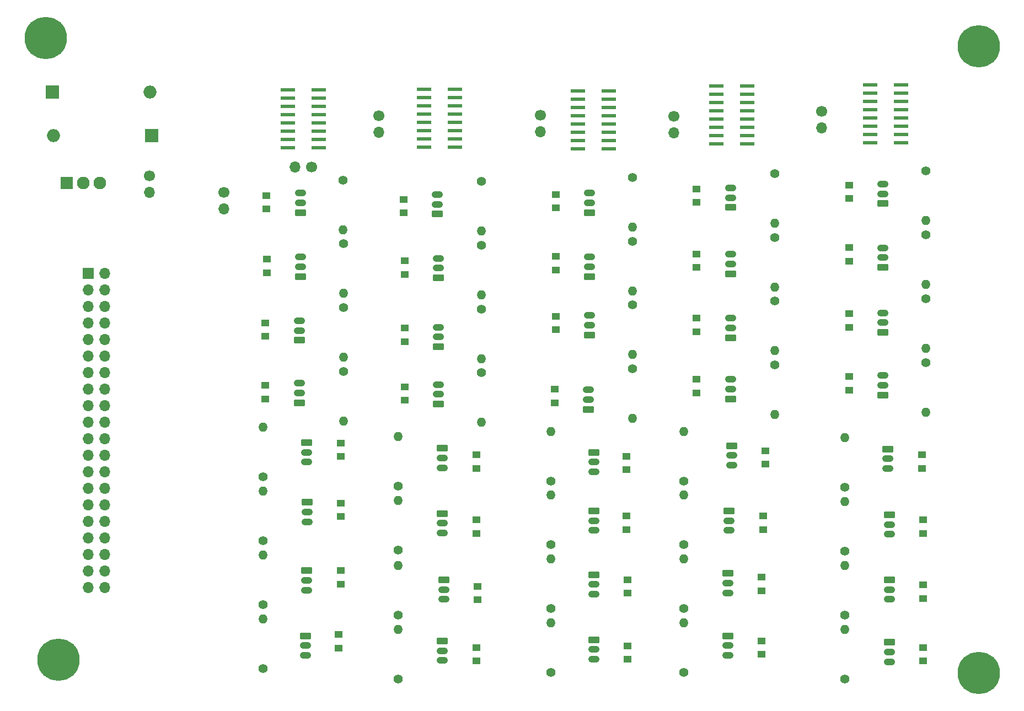
<source format=gbr>
%TF.GenerationSoftware,KiCad,Pcbnew,8.0.6*%
%TF.CreationDate,2024-11-05T12:51:12-06:00*%
%TF.ProjectId,GameBoardMatrix,47616d65-426f-4617-9264-4d6174726978,rev?*%
%TF.SameCoordinates,Original*%
%TF.FileFunction,Soldermask,Top*%
%TF.FilePolarity,Negative*%
%FSLAX46Y46*%
G04 Gerber Fmt 4.6, Leading zero omitted, Abs format (unit mm)*
G04 Created by KiCad (PCBNEW 8.0.6) date 2024-11-05 12:51:12*
%MOMM*%
%LPD*%
G01*
G04 APERTURE LIST*
G04 Aperture macros list*
%AMRoundRect*
0 Rectangle with rounded corners*
0 $1 Rounding radius*
0 $2 $3 $4 $5 $6 $7 $8 $9 X,Y pos of 4 corners*
0 Add a 4 corners polygon primitive as box body*
4,1,4,$2,$3,$4,$5,$6,$7,$8,$9,$2,$3,0*
0 Add four circle primitives for the rounded corners*
1,1,$1+$1,$2,$3*
1,1,$1+$1,$4,$5*
1,1,$1+$1,$6,$7*
1,1,$1+$1,$8,$9*
0 Add four rect primitives between the rounded corners*
20,1,$1+$1,$2,$3,$4,$5,0*
20,1,$1+$1,$4,$5,$6,$7,0*
20,1,$1+$1,$6,$7,$8,$9,0*
20,1,$1+$1,$8,$9,$2,$3,0*%
G04 Aperture macros list end*
%ADD10C,1.400000*%
%ADD11O,1.400000X1.400000*%
%ADD12R,1.300800X1.058800*%
%ADD13R,2.000000X2.000000*%
%ADD14O,2.000000X2.000000*%
%ADD15RoundRect,0.250000X0.615000X-0.265000X0.615000X0.265000X-0.615000X0.265000X-0.615000X-0.265000X0*%
%ADD16O,1.730000X1.030000*%
%ADD17RoundRect,0.250000X-0.615000X0.265000X-0.615000X-0.265000X0.615000X-0.265000X0.615000X0.265000X0*%
%ADD18R,2.184400X0.558800*%
%ADD19C,6.500000*%
%ADD20C,1.700000*%
%ADD21O,1.700000X1.700000*%
%ADD22R,1.935000X1.935000*%
%ADD23C,1.935000*%
%ADD24R,1.700000X1.700000*%
G04 APERTURE END LIST*
D10*
%TO.C,R12*%
X92200000Y-68400000D03*
D11*
X92200000Y-76020000D03*
%TD*%
D10*
%TO.C,R6*%
X58600000Y-94220000D03*
D11*
X58600000Y-86600000D03*
%TD*%
D12*
%TO.C,C10*%
X80400000Y-51200000D03*
X80400000Y-53258800D03*
%TD*%
D13*
%TO.C,C42*%
X41500000Y-31957500D03*
D14*
X26500000Y-31957500D03*
%TD*%
D15*
%TO.C,U38*%
X153800000Y-42400000D03*
D16*
X153800000Y-39400000D03*
X153800000Y-40900000D03*
%TD*%
D15*
%TO.C,U40*%
X153800000Y-62200000D03*
D16*
X153800000Y-59200000D03*
X153800000Y-60700000D03*
%TD*%
D17*
%TO.C,U14*%
X86400000Y-100200000D03*
D16*
X86400000Y-103200000D03*
X86400000Y-101700000D03*
%TD*%
D17*
%TO.C,U25*%
X109400000Y-99400000D03*
D16*
X109400000Y-102400000D03*
X109400000Y-100900000D03*
%TD*%
D10*
%TO.C,R29*%
X123200000Y-85010000D03*
D11*
X123200000Y-77390000D03*
%TD*%
D12*
%TO.C,C8*%
X70200000Y-110658800D03*
X70200000Y-108600000D03*
%TD*%
D10*
%TO.C,R37*%
X148000000Y-86000000D03*
D11*
X148000000Y-78380000D03*
%TD*%
D15*
%TO.C,U29*%
X130400000Y-53200000D03*
D16*
X130400000Y-50200000D03*
X130400000Y-51700000D03*
%TD*%
D10*
%TO.C,R16*%
X79400000Y-115420000D03*
D11*
X79400000Y-107800000D03*
%TD*%
D12*
%TO.C,C6*%
X70600000Y-90458800D03*
X70600000Y-88400000D03*
%TD*%
%TO.C,C12*%
X80400000Y-70570600D03*
X80400000Y-72629400D03*
%TD*%
%TO.C,C25*%
X125200000Y-40141200D03*
X125200000Y-42200000D03*
%TD*%
D15*
%TO.C,U39*%
X153800000Y-52200000D03*
D16*
X153800000Y-49200000D03*
X153800000Y-50700000D03*
%TD*%
D12*
%TO.C,C13*%
X91400000Y-83058800D03*
X91400000Y-81000000D03*
%TD*%
D18*
%TO.C,U7*%
X83400000Y-24860000D03*
X83400000Y-26130000D03*
X83400000Y-27400000D03*
X83400000Y-28670000D03*
X83400000Y-29940000D03*
X83400000Y-31210000D03*
X83400000Y-32480000D03*
X83400000Y-33750000D03*
X88124400Y-33750000D03*
X88124400Y-32480000D03*
X88124400Y-31210000D03*
X88124400Y-29940000D03*
X88124400Y-28670000D03*
X88124400Y-27400000D03*
X88124400Y-26130000D03*
X88124400Y-24860000D03*
%TD*%
D10*
%TO.C,R35*%
X160400000Y-57000000D03*
D11*
X160400000Y-64620000D03*
%TD*%
D19*
%TO.C,*%
X168500000Y-114500000D03*
%TD*%
D12*
%TO.C,C9*%
X80200000Y-41741200D03*
X80200000Y-43800000D03*
%TD*%
%TO.C,C18*%
X103600000Y-50541200D03*
X103600000Y-52600000D03*
%TD*%
%TO.C,C22*%
X114400000Y-92458800D03*
X114400000Y-90400000D03*
%TD*%
D18*
%TO.C,U17*%
X107000000Y-25060000D03*
X107000000Y-26330000D03*
X107000000Y-27600000D03*
X107000000Y-28870000D03*
X107000000Y-30140000D03*
X107000000Y-31410000D03*
X107000000Y-32680000D03*
X107000000Y-33950000D03*
X111724400Y-33950000D03*
X111724400Y-32680000D03*
X111724400Y-31410000D03*
X111724400Y-30140000D03*
X111724400Y-28870000D03*
X111724400Y-27600000D03*
X111724400Y-26330000D03*
X111724400Y-25060000D03*
%TD*%
D12*
%TO.C,C38*%
X160000000Y-93058800D03*
X160000000Y-91000000D03*
%TD*%
%TO.C,C1*%
X59150000Y-41200000D03*
X59150000Y-43258800D03*
%TD*%
D15*
%TO.C,U8*%
X85400000Y-44000000D03*
D16*
X85400000Y-41000000D03*
X85400000Y-42500000D03*
%TD*%
D13*
%TO.C,C41*%
X26300000Y-25242500D03*
D14*
X41300000Y-25242500D03*
%TD*%
D17*
%TO.C,U42*%
X154600000Y-80100000D03*
D16*
X154600000Y-83100000D03*
X154600000Y-81600000D03*
%TD*%
D12*
%TO.C,C4*%
X59000000Y-60741200D03*
X59000000Y-62800000D03*
%TD*%
D10*
%TO.C,R24*%
X102800000Y-114420000D03*
D11*
X102800000Y-106800000D03*
%TD*%
D15*
%TO.C,U30*%
X130400000Y-63000000D03*
D16*
X130400000Y-60000000D03*
X130400000Y-61500000D03*
%TD*%
D17*
%TO.C,U12*%
X86200000Y-80000000D03*
D16*
X86200000Y-83000000D03*
X86200000Y-81500000D03*
%TD*%
D12*
%TO.C,C19*%
X103600000Y-59741200D03*
X103600000Y-61800000D03*
%TD*%
D15*
%TO.C,U20*%
X108800000Y-62600000D03*
D16*
X108800000Y-59600000D03*
X108800000Y-61100000D03*
%TD*%
D10*
%TO.C,R9*%
X92200000Y-38990000D03*
D11*
X92200000Y-46610000D03*
%TD*%
D12*
%TO.C,C28*%
X125200000Y-69400000D03*
X125200000Y-71458800D03*
%TD*%
%TO.C,C39*%
X160000000Y-103058800D03*
X160000000Y-101000000D03*
%TD*%
D17*
%TO.C,U13*%
X86200000Y-90000000D03*
D16*
X86200000Y-93000000D03*
X86200000Y-91500000D03*
%TD*%
D10*
%TO.C,R5*%
X71000000Y-68200000D03*
D11*
X71000000Y-75820000D03*
%TD*%
D10*
%TO.C,R3*%
X71000000Y-48580000D03*
D11*
X71000000Y-56200000D03*
%TD*%
D18*
%TO.C,U27*%
X128275600Y-24330000D03*
X128275600Y-25600000D03*
X128275600Y-26870000D03*
X128275600Y-28140000D03*
X128275600Y-29410000D03*
X128275600Y-30680000D03*
X128275600Y-31950000D03*
X128275600Y-33220000D03*
X133000000Y-33220000D03*
X133000000Y-31950000D03*
X133000000Y-30680000D03*
X133000000Y-29410000D03*
X133000000Y-28140000D03*
X133000000Y-26870000D03*
X133000000Y-25600000D03*
X133000000Y-24330000D03*
%TD*%
D12*
%TO.C,C2*%
X70600000Y-81258800D03*
X70600000Y-79200000D03*
%TD*%
%TO.C,C30*%
X135400000Y-92458800D03*
X135400000Y-90400000D03*
%TD*%
D10*
%TO.C,R14*%
X79400000Y-95620000D03*
D11*
X79400000Y-88000000D03*
%TD*%
D10*
%TO.C,R22*%
X102800000Y-94820000D03*
D11*
X102800000Y-87200000D03*
%TD*%
D12*
%TO.C,C5*%
X59000000Y-70341200D03*
X59000000Y-72400000D03*
%TD*%
D17*
%TO.C,U43*%
X154800000Y-90200000D03*
D16*
X154800000Y-93200000D03*
X154800000Y-91700000D03*
%TD*%
D15*
%TO.C,U21*%
X108600000Y-74000000D03*
D16*
X108600000Y-71000000D03*
X108600000Y-72500000D03*
%TD*%
D10*
%TO.C,R1*%
X70950000Y-38800000D03*
D11*
X70950000Y-46420000D03*
%TD*%
D17*
%TO.C,U35*%
X130000000Y-99200000D03*
D16*
X130000000Y-102200000D03*
X130000000Y-100700000D03*
%TD*%
D17*
%TO.C,U5*%
X65200000Y-108800000D03*
D16*
X65200000Y-111800000D03*
X65200000Y-110300000D03*
%TD*%
D19*
%TO.C,*%
X168500000Y-18250000D03*
%TD*%
D10*
%TO.C,R13*%
X79400000Y-85820000D03*
D11*
X79400000Y-78200000D03*
%TD*%
D10*
%TO.C,R20*%
X115400000Y-67800000D03*
D11*
X115400000Y-75420000D03*
%TD*%
D12*
%TO.C,C31*%
X135200000Y-101858800D03*
X135200000Y-99800000D03*
%TD*%
%TO.C,C3*%
X59200000Y-50941200D03*
X59200000Y-53000000D03*
%TD*%
%TO.C,C37*%
X159800000Y-83058800D03*
X159800000Y-81000000D03*
%TD*%
D15*
%TO.C,U11*%
X85600000Y-73200000D03*
D16*
X85600000Y-70200000D03*
X85600000Y-71700000D03*
%TD*%
D15*
%TO.C,U15*%
X64400000Y-53600000D03*
D16*
X64400000Y-50600000D03*
X64400000Y-52100000D03*
%TD*%
D12*
%TO.C,C26*%
X125200000Y-50170600D03*
X125200000Y-52229400D03*
%TD*%
D15*
%TO.C,U33*%
X64200000Y-73000000D03*
D16*
X64200000Y-70000000D03*
X64200000Y-71500000D03*
%TD*%
D15*
%TO.C,U19*%
X108800000Y-53600000D03*
D16*
X108800000Y-50600000D03*
X108800000Y-52100000D03*
%TD*%
D15*
%TO.C,U41*%
X153800000Y-71800000D03*
D16*
X153800000Y-68800000D03*
X153800000Y-70300000D03*
%TD*%
D20*
%TO.C,TP7*%
X41200000Y-38125000D03*
D21*
X41200000Y-40665000D03*
%TD*%
D10*
%TO.C,R19*%
X115400000Y-57980000D03*
D11*
X115400000Y-65600000D03*
%TD*%
D22*
%TO.C,IC1*%
X28460000Y-39250000D03*
D23*
X31000000Y-39250000D03*
X33540000Y-39250000D03*
%TD*%
D10*
%TO.C,R27*%
X137200000Y-57400000D03*
D11*
X137200000Y-65020000D03*
%TD*%
D20*
%TO.C,TP2*%
X76400000Y-28925000D03*
D21*
X76400000Y-31465000D03*
%TD*%
D19*
%TO.C,*%
X25250000Y-17000000D03*
%TD*%
D20*
%TO.C,TP4*%
X121750000Y-28975000D03*
D21*
X121750000Y-31515000D03*
%TD*%
D15*
%TO.C,U10*%
X85600000Y-64400000D03*
D16*
X85600000Y-61400000D03*
X85600000Y-62900000D03*
%TD*%
D10*
%TO.C,R8*%
X58600000Y-113800000D03*
D11*
X58600000Y-106180000D03*
%TD*%
D10*
%TO.C,R7*%
X58600000Y-104010000D03*
D11*
X58600000Y-96390000D03*
%TD*%
D10*
%TO.C,R40*%
X148000000Y-115400000D03*
D11*
X148000000Y-107780000D03*
%TD*%
D10*
%TO.C,R38*%
X148000000Y-95820000D03*
D11*
X148000000Y-88200000D03*
%TD*%
D10*
%TO.C,R4*%
X71000000Y-58400000D03*
D11*
X71000000Y-66020000D03*
%TD*%
D20*
%TO.C,TP3*%
X101200000Y-28860000D03*
D21*
X101200000Y-31400000D03*
%TD*%
D17*
%TO.C,U34*%
X130200000Y-89600000D03*
D16*
X130200000Y-92600000D03*
X130200000Y-91100000D03*
%TD*%
D12*
%TO.C,C15*%
X91600000Y-103258800D03*
X91600000Y-101200000D03*
%TD*%
%TO.C,C40*%
X160000000Y-112658800D03*
X160000000Y-110600000D03*
%TD*%
D10*
%TO.C,R18*%
X115400000Y-48180000D03*
D11*
X115400000Y-55800000D03*
%TD*%
D10*
%TO.C,R39*%
X148000000Y-105620000D03*
D11*
X148000000Y-98000000D03*
%TD*%
D15*
%TO.C,U18*%
X108800000Y-43800000D03*
D16*
X108800000Y-40800000D03*
X108800000Y-42300000D03*
%TD*%
D10*
%TO.C,R33*%
X160400000Y-37380000D03*
D11*
X160400000Y-45000000D03*
%TD*%
D18*
%TO.C,U37*%
X151837800Y-24155000D03*
X151837800Y-25425000D03*
X151837800Y-26695000D03*
X151837800Y-27965000D03*
X151837800Y-29235000D03*
X151837800Y-30505000D03*
X151837800Y-31775000D03*
X151837800Y-33045000D03*
X156562200Y-33045000D03*
X156562200Y-31775000D03*
X156562200Y-30505000D03*
X156562200Y-29235000D03*
X156562200Y-27965000D03*
X156562200Y-26695000D03*
X156562200Y-25425000D03*
X156562200Y-24155000D03*
%TD*%
D15*
%TO.C,U24*%
X64200000Y-63400000D03*
D16*
X64200000Y-60400000D03*
X64200000Y-61900000D03*
%TD*%
D12*
%TO.C,C32*%
X135200000Y-111658800D03*
X135200000Y-109600000D03*
%TD*%
D17*
%TO.C,U3*%
X65400000Y-88300000D03*
D16*
X65400000Y-91300000D03*
X65400000Y-89800000D03*
%TD*%
D17*
%TO.C,U22*%
X109400000Y-80600000D03*
D16*
X109400000Y-83600000D03*
X109400000Y-82100000D03*
%TD*%
D12*
%TO.C,C33*%
X148600000Y-39541200D03*
X148600000Y-41600000D03*
%TD*%
D15*
%TO.C,U9*%
X85600000Y-53800000D03*
D16*
X85600000Y-50800000D03*
X85600000Y-52300000D03*
%TD*%
D10*
%TO.C,R31*%
X123200000Y-104600000D03*
D11*
X123200000Y-96980000D03*
%TD*%
D20*
%TO.C,TP6*%
X52600000Y-40710000D03*
D21*
X52600000Y-43250000D03*
%TD*%
D15*
%TO.C,U28*%
X130400000Y-43000000D03*
D16*
X130400000Y-40000000D03*
X130400000Y-41500000D03*
%TD*%
D10*
%TO.C,R23*%
X102800000Y-104620000D03*
D11*
X102800000Y-97000000D03*
%TD*%
D19*
%TO.C,REF\u002A\u002A*%
X27250000Y-112500000D03*
%TD*%
D17*
%TO.C,U45*%
X154800000Y-109800000D03*
D16*
X154800000Y-112800000D03*
X154800000Y-111300000D03*
%TD*%
D12*
%TO.C,C20*%
X103400000Y-70941200D03*
X103400000Y-73000000D03*
%TD*%
%TO.C,C16*%
X91400000Y-112658800D03*
X91400000Y-110600000D03*
%TD*%
%TO.C,C23*%
X114600000Y-102258800D03*
X114600000Y-100200000D03*
%TD*%
D17*
%TO.C,U23*%
X109400000Y-89600000D03*
D16*
X109400000Y-92600000D03*
X109400000Y-91100000D03*
%TD*%
D15*
%TO.C,U6*%
X64400000Y-43800000D03*
D16*
X64400000Y-40800000D03*
X64400000Y-42300000D03*
%TD*%
D17*
%TO.C,U26*%
X109400000Y-109400000D03*
D16*
X109400000Y-112400000D03*
X109400000Y-110900000D03*
%TD*%
D10*
%TO.C,R25*%
X137200000Y-37800000D03*
D11*
X137200000Y-45420000D03*
%TD*%
D12*
%TO.C,C11*%
X80400000Y-61541200D03*
X80400000Y-63600000D03*
%TD*%
D10*
%TO.C,R21*%
X102800000Y-85020000D03*
D11*
X102800000Y-77400000D03*
%TD*%
D17*
%TO.C,U16*%
X86200000Y-109600000D03*
D16*
X86200000Y-112600000D03*
X86200000Y-111100000D03*
%TD*%
D10*
%TO.C,R15*%
X79400000Y-105620000D03*
D11*
X79400000Y-98000000D03*
%TD*%
D12*
%TO.C,C29*%
X135800000Y-82429400D03*
X135800000Y-80370600D03*
%TD*%
%TO.C,C17*%
X103600000Y-41000000D03*
X103600000Y-43058800D03*
%TD*%
%TO.C,C34*%
X148600000Y-49170600D03*
X148600000Y-51229400D03*
%TD*%
D10*
%TO.C,R10*%
X92200000Y-48800000D03*
D11*
X92200000Y-56420000D03*
%TD*%
D12*
%TO.C,C24*%
X114600000Y-112400000D03*
X114600000Y-110341200D03*
%TD*%
D17*
%TO.C,U4*%
X65350000Y-98800000D03*
D16*
X65350000Y-101800000D03*
X65350000Y-100300000D03*
%TD*%
D20*
%TO.C,TP1*%
X66075000Y-36800000D03*
D21*
X63535000Y-36800000D03*
%TD*%
D17*
%TO.C,U36*%
X130000000Y-108800000D03*
D16*
X130000000Y-111800000D03*
X130000000Y-110300000D03*
%TD*%
D10*
%TO.C,R28*%
X137200000Y-67200000D03*
D11*
X137200000Y-74820000D03*
%TD*%
D17*
%TO.C,U2*%
X65350000Y-79100000D03*
D16*
X65350000Y-82100000D03*
X65350000Y-80600000D03*
%TD*%
D12*
%TO.C,C36*%
X148600000Y-69000000D03*
X148600000Y-71058800D03*
%TD*%
D10*
%TO.C,R17*%
X115400000Y-38380000D03*
D11*
X115400000Y-46000000D03*
%TD*%
D10*
%TO.C,R26*%
X137200000Y-47600000D03*
D11*
X137200000Y-55220000D03*
%TD*%
D10*
%TO.C,R2*%
X58600000Y-84400000D03*
D11*
X58600000Y-76780000D03*
%TD*%
D20*
%TO.C,TP5*%
X144400000Y-28260000D03*
D21*
X144400000Y-30800000D03*
%TD*%
D15*
%TO.C,U31*%
X130400000Y-72400000D03*
D16*
X130400000Y-69400000D03*
X130400000Y-70900000D03*
%TD*%
D12*
%TO.C,C27*%
X125200000Y-60000000D03*
X125200000Y-62058800D03*
%TD*%
D10*
%TO.C,R36*%
X160400000Y-66800000D03*
D11*
X160400000Y-74420000D03*
%TD*%
D12*
%TO.C,C35*%
X148600000Y-59341200D03*
X148600000Y-61400000D03*
%TD*%
%TO.C,C7*%
X70600000Y-100858800D03*
X70600000Y-98800000D03*
%TD*%
%TO.C,C21*%
X114400000Y-83258800D03*
X114400000Y-81200000D03*
%TD*%
D10*
%TO.C,R34*%
X160400000Y-47190000D03*
D11*
X160400000Y-54810000D03*
%TD*%
D10*
%TO.C,R32*%
X123200000Y-114420000D03*
D11*
X123200000Y-106800000D03*
%TD*%
D10*
%TO.C,R30*%
X123200000Y-94800000D03*
D11*
X123200000Y-87180000D03*
%TD*%
D10*
%TO.C,R11*%
X92200000Y-58600000D03*
D11*
X92200000Y-66220000D03*
%TD*%
D18*
%TO.C,U1*%
X62437800Y-24955000D03*
X62437800Y-26225000D03*
X62437800Y-27495000D03*
X62437800Y-28765000D03*
X62437800Y-30035000D03*
X62437800Y-31305000D03*
X62437800Y-32575000D03*
X62437800Y-33845000D03*
X67162200Y-33845000D03*
X67162200Y-32575000D03*
X67162200Y-31305000D03*
X67162200Y-30035000D03*
X67162200Y-28765000D03*
X67162200Y-27495000D03*
X67162200Y-26225000D03*
X67162200Y-24955000D03*
%TD*%
D17*
%TO.C,U44*%
X154800000Y-100200000D03*
D16*
X154800000Y-103200000D03*
X154800000Y-101700000D03*
%TD*%
D12*
%TO.C,C14*%
X91400000Y-93058800D03*
X91400000Y-91000000D03*
%TD*%
D17*
%TO.C,U32*%
X130600000Y-79600000D03*
D16*
X130600000Y-82600000D03*
X130600000Y-81100000D03*
%TD*%
D24*
%TO.C,J1*%
X31800000Y-53120000D03*
D21*
X34340000Y-53120000D03*
X31800000Y-55660000D03*
X34340000Y-55660000D03*
X31800000Y-58200000D03*
X34340000Y-58200000D03*
X31800000Y-60740000D03*
X34340000Y-60740000D03*
X31800000Y-63280000D03*
X34340000Y-63280000D03*
X31800000Y-65820000D03*
X34340000Y-65820000D03*
X31800000Y-68360000D03*
X34340000Y-68360000D03*
X31800000Y-70900000D03*
X34340000Y-70900000D03*
X31800000Y-73440000D03*
X34340000Y-73440000D03*
X31800000Y-75980000D03*
X34340000Y-75980000D03*
X31800000Y-78520000D03*
X34340000Y-78520000D03*
X31800000Y-81060000D03*
X34340000Y-81060000D03*
X31800000Y-83600000D03*
X34340000Y-83600000D03*
X31800000Y-86140000D03*
X34340000Y-86140000D03*
X31800000Y-88680000D03*
X34340000Y-88680000D03*
X31800000Y-91220000D03*
X34340000Y-91220000D03*
X31800000Y-93760000D03*
X34340000Y-93760000D03*
X31800000Y-96300000D03*
X34340000Y-96300000D03*
X31800000Y-98840000D03*
X34340000Y-98840000D03*
X31800000Y-101380000D03*
X34340000Y-101380000D03*
%TD*%
M02*

</source>
